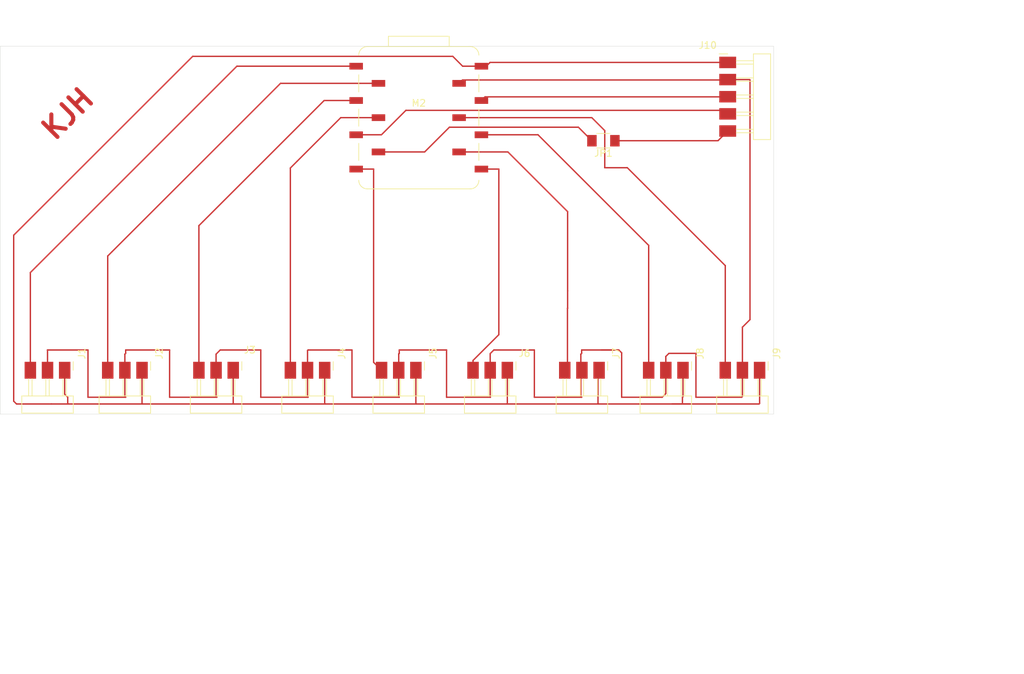
<source format=kicad_pcb>
(kicad_pcb (version 20240108) (generator "pcbnew") (generator_version "8.0")
  (layers (0 "F.Cu" signal) (31 "B.Cu" signal) (34 "B.Paste" user) (35 "F.Paste" user) (36 "B.SilkS" user "B.Silkscreen") (37 "F.SilkS" user "F.Silkscreen") (38 "B.Mask" user) (39 "F.Mask" user) (44 "Edge.Cuts" user))
  (net 0 "")
  (net 1 "PWR_GND")
  (net 2 "A0")
  (net 3 "PWR_5V")
  (net 4 "A1")
  (net 5 "A2")
  (net 6 "A3")
  (net 7 "A6")
  (net 8 "A7")
  (net 9 "A8")
  (net 10 "A9")
  (net 11 "A10")
  (net 12 "PWR_3V3")
  (net 13 "SDA")
  (net 14 "SCL")
  (net 15 "Net-(J10-Pin_5)")
  (footprint "fab:PinHeader_1x03_P2.54mm_Horizontal_SMD" (layer "F.Cu") (at 161.08 108 -90)
    (property "Reference" "J6" (at -2.5 -3.5 0) (layer "F.SilkS") (effects (justify right)))
    (property "Value" "Conn_PinHeader_1x03_P2.54mm_Horizontal_SMD")
    (fp_line (start 3.81 6.35) (end 3.81 -1.27) (stroke (width 0.12)) (layer "F.SilkS"))
    (fp_line (start 6.35 6.35) (end 3.81 6.35) (stroke (width 0.12)) (layer "F.SilkS"))
    (fp_line (start 3.81 5.334) (end 1.27 5.334) (stroke (width 0.12)) (layer "F.SilkS"))
    (fp_line (start 3.81 4.826) (end 1.27 4.826) (stroke (width 0.12)) (layer "F.SilkS"))
    (fp_line (start 3.81 2.794) (end 1.27 2.794) (stroke (width 0.12)) (layer "F.SilkS"))
    (fp_line (start 3.81 2.286) (end 1.27 2.286) (stroke (width 0.12)) (layer "F.SilkS"))
    (fp_line (start 3.81 0.254) (end 1.27 0.254) (stroke (width 0.12)) (layer "F.SilkS"))
    (fp_line (start 3.81 -0.254) (end 1.27 -0.254) (stroke (width 0.12)) (layer "F.SilkS"))
    (fp_line (start -1.27 -1.27) (end 0 -1.27) (stroke (width 0.12)) (layer "F.SilkS"))
    (fp_line (start 3.81 -1.27) (end 6.35 -1.27) (stroke (width 0.12)) (layer "F.SilkS"))
    (fp_line (start 6.35 -1.27) (end 6.35 6.35) (stroke (width 0.12)) (layer "F.SilkS"))
    (pad "1" smd rect (at 0 0 270) (size 2.5 1.7) (layers "F.Cu" "F.Paste" "F.Mask") (net 3 "PWR_5V"))
    (pad "2" smd rect (at 0 2.54 270) (size 2.5 1.7) (layers "F.Cu" "F.Paste" "F.Mask") (net 1 "PWR_GND"))
    (pad "3" smd rect (at 0 5.08 270) (size 2.5 1.7) (layers "F.Cu" "F.Paste" "F.Mask") (net 8 "A7"))
  )
  (footprint "fab:PinHeader_1x03_P2.54mm_Horizontal_SMD" (layer "F.Cu") (at 120.5 108 -90)
    (property "Reference" "J3" (at -3 -3.42 0) (layer "F.SilkS") (effects (justify right)))
    (property "Value" "Conn_PinHeader_1x03_P2.54mm_Horizontal_SMD")
    (fp_line (start 3.81 6.35) (end 3.81 -1.27) (stroke (width 0.12)) (layer "F.SilkS"))
    (fp_line (start 6.35 6.35) (end 3.81 6.35) (stroke (width 0.12)) (layer "F.SilkS"))
    (fp_line (start 3.81 5.334) (end 1.27 5.334) (stroke (width 0.12)) (layer "F.SilkS"))
    (fp_line (start 3.81 4.826) (end 1.27 4.826) (stroke (width 0.12)) (layer "F.SilkS"))
    (fp_line (start 3.81 2.794) (end 1.27 2.794) (stroke (width 0.12)) (layer "F.SilkS"))
    (fp_line (start 3.81 2.286) (end 1.27 2.286) (stroke (width 0.12)) (layer "F.SilkS"))
    (fp_line (start 3.81 0.254) (end 1.27 0.254) (stroke (width 0.12)) (layer "F.SilkS"))
    (fp_line (start 3.81 -0.254) (end 1.27 -0.254) (stroke (width 0.12)) (layer "F.SilkS"))
    (fp_line (start -1.27 -1.27) (end 0 -1.27) (stroke (width 0.12)) (layer "F.SilkS"))
    (fp_line (start 3.81 -1.27) (end 6.35 -1.27) (stroke (width 0.12)) (layer "F.SilkS"))
    (fp_line (start 6.35 -1.27) (end 6.35 6.35) (stroke (width 0.12)) (layer "F.SilkS"))
    (pad "1" smd rect (at 0 0 270) (size 2.5 1.7) (layers "F.Cu" "F.Paste" "F.Mask") (net 3 "PWR_5V"))
    (pad "2" smd rect (at 0 2.54 270) (size 2.5 1.7) (layers "F.Cu" "F.Paste" "F.Mask") (net 1 "PWR_GND"))
    (pad "3" smd rect (at 0 5.08 270) (size 2.5 1.7) (layers "F.Cu" "F.Paste" "F.Mask") (net 5 "A2"))
  )
  (footprint "fab:PinHeader_1x03_P2.54mm_Horizontal_SMD" (layer "F.Cu") (at 187.08 108 -90)
    (property "Reference" "J8" (at -1.524 -2.54 90) (layer "F.SilkS") (effects (justify left)))
    (property "Value" "Conn_PinHeader_1x03_P2.54mm_Horizontal_SMD")
    (fp_line (start 3.81 6.35) (end 3.81 -1.27) (stroke (width 0.12)) (layer "F.SilkS"))
    (fp_line (start 6.35 6.35) (end 3.81 6.35) (stroke (width 0.12)) (layer "F.SilkS"))
    (fp_line (start 3.81 5.334) (end 1.27 5.334) (stroke (width 0.12)) (layer "F.SilkS"))
    (fp_line (start 3.81 4.826) (end 1.27 4.826) (stroke (width 0.12)) (layer "F.SilkS"))
    (fp_line (start 3.81 2.794) (end 1.27 2.794) (stroke (width 0.12)) (layer "F.SilkS"))
    (fp_line (start 3.81 2.286) (end 1.27 2.286) (stroke (width 0.12)) (layer "F.SilkS"))
    (fp_line (start 3.81 0.254) (end 1.27 0.254) (stroke (width 0.12)) (layer "F.SilkS"))
    (fp_line (start 3.81 -0.254) (end 1.27 -0.254) (stroke (width 0.12)) (layer "F.SilkS"))
    (fp_line (start -1.27 -1.27) (end 0 -1.27) (stroke (width 0.12)) (layer "F.SilkS"))
    (fp_line (start 3.81 -1.27) (end 6.35 -1.27) (stroke (width 0.12)) (layer "F.SilkS"))
    (fp_line (start 6.35 -1.27) (end 6.35 6.35) (stroke (width 0.12)) (layer "F.SilkS"))
    (pad "1" smd rect (at 0 0 270) (size 2.5 1.7) (layers "F.Cu" "F.Paste" "F.Mask") (net 3 "PWR_5V"))
    (pad "2" smd rect (at 0 2.54 270) (size 2.5 1.7) (layers "F.Cu" "F.Paste" "F.Mask") (net 1 "PWR_GND"))
    (pad "3" smd rect (at 0 5.08 270) (size 2.5 1.7) (layers "F.Cu" "F.Paste" "F.Mask") (net 10 "A9"))
  )
  (footprint "fab:PinHeader_1x03_P2.54mm_Horizontal_SMD" (layer "F.Cu") (at 198.42 108 -90)
    (property "Reference" "J9" (at -1.524 -2.54 90) (layer "F.SilkS") (effects (justify left)))
    (property "Value" "Conn_PinHeader_1x03_P2.54mm_Horizontal_SMD")
    (fp_line (start 3.81 6.35) (end 3.81 -1.27) (stroke (width 0.12)) (layer "F.SilkS"))
    (fp_line (start 6.35 6.35) (end 3.81 6.35) (stroke (width 0.12)) (layer "F.SilkS"))
    (fp_line (start 3.81 5.334) (end 1.27 5.334) (stroke (width 0.12)) (layer "F.SilkS"))
    (fp_line (start 3.81 4.826) (end 1.27 4.826) (stroke (width 0.12)) (layer "F.SilkS"))
    (fp_line (start 3.81 2.794) (end 1.27 2.794) (stroke (width 0.12)) (layer "F.SilkS"))
    (fp_line (start 3.81 2.286) (end 1.27 2.286) (stroke (width 0.12)) (layer "F.SilkS"))
    (fp_line (start 3.81 0.254) (end 1.27 0.254) (stroke (width 0.12)) (layer "F.SilkS"))
    (fp_line (start 3.81 -0.254) (end 1.27 -0.254) (stroke (width 0.12)) (layer "F.SilkS"))
    (fp_line (start -1.27 -1.27) (end 0 -1.27) (stroke (width 0.12)) (layer "F.SilkS"))
    (fp_line (start 3.81 -1.27) (end 6.35 -1.27) (stroke (width 0.12)) (layer "F.SilkS"))
    (fp_line (start 6.35 -1.27) (end 6.35 6.35) (stroke (width 0.12)) (layer "F.SilkS"))
    (pad "1" smd rect (at 0 0 270) (size 2.5 1.7) (layers "F.Cu" "F.Paste" "F.Mask") (net 3 "PWR_5V"))
    (pad "2" smd rect (at 0 2.54 270) (size 2.5 1.7) (layers "F.Cu" "F.Paste" "F.Mask") (net 1 "PWR_GND"))
    (pad "3" smd rect (at 0 5.08 270) (size 2.5 1.7) (layers "F.Cu" "F.Paste" "F.Mask") (net 11 "A10"))
  )
  (footprint "fab:PinHeader_1x03_P2.54mm_Horizontal_SMD" (layer "F.Cu") (at 147.54 108 -90)
    (property "Reference" "J5" (at -1.524 -2.54 90) (layer "F.SilkS") (effects (justify left)))
    (property "Value" "Conn_PinHeader_1x03_P2.54mm_Horizontal_SMD")
    (fp_line (start 3.81 6.35) (end 3.81 -1.27) (stroke (width 0.12)) (layer "F.SilkS"))
    (fp_line (start 6.35 6.35) (end 3.81 6.35) (stroke (width 0.12)) (layer "F.SilkS"))
    (fp_line (start 3.81 5.334) (end 1.27 5.334) (stroke (width 0.12)) (layer "F.SilkS"))
    (fp_line (start 3.81 4.826) (end 1.27 4.826) (stroke (width 0.12)) (layer "F.SilkS"))
    (fp_line (start 3.81 2.794) (end 1.27 2.794) (stroke (width 0.12)) (layer "F.SilkS"))
    (fp_line (start 3.81 2.286) (end 1.27 2.286) (stroke (width 0.12)) (layer "F.SilkS"))
    (fp_line (start 3.81 0.254) (end 1.27 0.254) (stroke (width 0.12)) (layer "F.SilkS"))
    (fp_line (start 3.81 -0.254) (end 1.27 -0.254) (stroke (width 0.12)) (layer "F.SilkS"))
    (fp_line (start -1.27 -1.27) (end 0 -1.27) (stroke (width 0.12)) (layer "F.SilkS"))
    (fp_line (start 3.81 -1.27) (end 6.35 -1.27) (stroke (width 0.12)) (layer "F.SilkS"))
    (fp_line (start 6.35 -1.27) (end 6.35 6.35) (stroke (width 0.12)) (layer "F.SilkS"))
    (pad "1" smd rect (at 0 0 270) (size 2.5 1.7) (layers "F.Cu" "F.Paste" "F.Mask") (net 3 "PWR_5V"))
    (pad "2" smd rect (at 0 2.54 270) (size 2.5 1.7) (layers "F.Cu" "F.Paste" "F.Mask") (net 1 "PWR_GND"))
    (pad "3" smd rect (at 0 5.08 270) (size 2.5 1.7) (layers "F.Cu" "F.Paste" "F.Mask") (net 7 "A6"))
  )
  (footprint "fab:PinHeader_1x05_P2.54mm_Horizontal_SMD" (layer "F.Cu") (at 193.7 62.4)
    (property "Reference" "J10" (at -1.524 -2.54 0) (layer "F.SilkS") (effects (justify right)))
    (property "Value" "Conn_PinHeader_1x05_P2.54mm_Horizontal_SMD")
    (fp_line (start -1.27 -1.27) (end 0 -1.27) (stroke (width 0.12)) (layer "F.SilkS"))
    (fp_line (start 3.81 -1.27) (end 6.35 -1.27) (stroke (width 0.12)) (layer "F.SilkS"))
    (fp_line (start 3.81 -0.254) (end 1.27 -0.254) (stroke (width 0.12)) (layer "F.SilkS"))
    (fp_line (start 3.81 0.254) (end 1.27 0.254) (stroke (width 0.12)) (layer "F.SilkS"))
    (fp_line (start 3.81 2.286) (end 1.27 2.286) (stroke (width 0.12)) (layer "F.SilkS"))
    (fp_line (start 3.81 2.794) (end 1.27 2.794) (stroke (width 0.12)) (layer "F.SilkS"))
    (fp_line (start 3.81 4.826) (end 1.27 4.826) (stroke (width 0.12)) (layer "F.SilkS"))
    (fp_line (start 3.81 5.334) (end 1.27 5.334) (stroke (width 0.12)) (layer "F.SilkS"))
    (fp_line (start 3.81 7.366) (end 1.27 7.366) (stroke (width 0.12)) (layer "F.SilkS"))
    (fp_line (start 3.81 7.874) (end 1.27 7.874) (stroke (width 0.12)) (layer "F.SilkS"))
    (fp_line (start 3.81 9.906) (end 1.27 9.906) (stroke (width 0.12)) (layer "F.SilkS"))
    (fp_line (start 3.81 10.414) (end 1.27 10.414) (stroke (width 0.12)) (layer "F.SilkS"))
    (fp_line (start 3.81 11.43) (end 3.81 -1.27) (stroke (width 0.12)) (layer "F.SilkS"))
    (fp_line (start 6.35 -1.27) (end 6.35 11.43) (stroke (width 0.12)) (layer "F.SilkS"))
    (fp_line (start 6.35 11.43) (end 3.81 11.43) (stroke (width 0.12)) (layer "F.SilkS"))
    (pad "1" smd rect (at 0 0) (size 2.5 1.7) (layers "F.Cu" "F.Paste" "F.Mask") (net 3 "PWR_5V"))
    (pad "2" smd rect (at 0 2.54) (size 2.5 1.7) (layers "F.Cu" "F.Paste" "F.Mask") (net 1 "PWR_GND"))
    (pad "3" smd rect (at 0 5.08) (size 2.5 1.7) (layers "F.Cu" "F.Paste" "F.Mask") (net 12 "PWR_3V3"))
    (pad "4" smd rect (at 0 7.62) (size 2.5 1.7) (layers "F.Cu" "F.Paste" "F.Mask") (net 13 "SDA"))
    (pad "5" smd rect (at 0 10.16) (size 2.5 1.7) (layers "F.Cu" "F.Paste" "F.Mask") (net 15 "Net-(J10-Pin_5)"))
  )
  (footprint "fab:SeeedStudio_XIAO_SocketSMD" (layer "F.Cu") (at 147.97 70.58)
    (property "Reference" "M2" (at 0.0025 -2.149 0) (layer "F.SilkS"))
    (property "Value" "Module_XIAO-RP2040_SocketSMD")
    (fp_line (start -8.89 -6.35) (end -8.89 -3.81) (stroke (width 0.12)) (layer "F.SilkS"))
    (fp_line (start -8.89 -1.27) (end -8.89 1.27) (stroke (width 0.12)) (layer "F.SilkS"))
    (fp_line (start -8.89 3.81) (end -8.89 6.35) (stroke (width 0.12)) (layer "F.SilkS"))
    (fp_line (start -7.6175 -10.531) (end 7.6225 -10.531) (stroke (width 0.12)) (layer "F.SilkS"))
    (fp_line (start 7.6225 10.551) (end -7.6175 10.551) (stroke (width 0.12)) (layer "F.SilkS"))
    (fp_line (start 8.89 -6.35) (end 8.89 -3.81) (stroke (width 0.12)) (layer "F.SilkS"))
    (fp_line (start 8.89 -1.27) (end 8.89 1.27) (stroke (width 0.12)) (layer "F.SilkS"))
    (fp_line (start 8.89 3.81) (end 8.89 6.35) (stroke (width 0.12)) (layer "F.SilkS"))
    (fp_rect (start -4.4975 -10.531) (end 4.5025 -12.055) (stroke (width 0.12)) (fill none) (layer "F.SilkS"))
    (fp_arc (start -8.8875 -9.261) (mid -8.515526 -10.159026) (end -7.6175 -10.531) (stroke (width 0.12)) (layer "F.SilkS"))
    (fp_arc (start -7.6175 10.551) (mid -8.515526 10.179026) (end -8.8875 9.281) (stroke (width 0.12)) (layer "F.SilkS"))
    (fp_arc (start 7.6225 -10.531) (mid 8.520526 -10.159026) (end 8.8925 -9.261) (stroke (width 0.12)) (layer "F.SilkS"))
    (fp_arc (start 8.8925 9.281) (mid 8.520526 10.179026) (end 7.6225 10.551) (stroke (width 0.12)) (layer "F.SilkS"))
    (pad "1" smd rect (at -9.27 -7.62) (size 2 1) (layers "F.Cu" "F.Paste" "F.Mask") (net 2 "A0"))
    (pad "2" smd rect (at -5.97 -5.08) (size 2 1) (layers "F.Cu" "F.Paste" "F.Mask") (net 4 "A1"))
    (pad "3" smd rect (at -9.27 -2.54) (size 2 1) (layers "F.Cu" "F.Paste" "F.Mask") (net 5 "A2"))
    (pad "4" smd rect (at -5.97 0) (size 2 1) (layers "F.Cu" "F.Paste" "F.Mask") (net 6 "A3"))
    (pad "5" smd rect (at -9.27 2.54) (size 2 1) (layers "F.Cu" "F.Paste" "F.Mask") (net 13 "SDA"))
    (pad "6" smd rect (at -5.97 5.08) (size 2 1) (layers "F.Cu" "F.Paste" "F.Mask") (net 14 "SCL"))
    (pad "7" smd rect (at -9.27 7.62) (size 2 1) (layers "F.Cu" "F.Paste" "F.Mask") (net 7 "A6"))
    (pad "8" smd rect (at 9.27 7.62) (size 2 1) (layers "F.Cu" "F.Paste" "F.Mask") (net 8 "A7"))
    (pad "9" smd rect (at 5.97 5.08) (size 2 1) (layers "F.Cu" "F.Paste" "F.Mask") (net 9 "A8"))
    (pad "10" smd rect (at 9.27 2.54) (size 2 1) (layers "F.Cu" "F.Paste" "F.Mask") (net 10 "A9"))
    (pad "11" smd rect (at 5.97 0) (size 2 1) (layers "F.Cu" "F.Paste" "F.Mask") (net 11 "A10"))
    (pad "12" smd rect (at 9.27 -2.54) (size 2 1) (layers "F.Cu" "F.Paste" "F.Mask") (net 12 "PWR_3V3"))
    (pad "13" smd rect (at 5.97 -5.08) (size 2 1) (layers "F.Cu" "F.Paste" "F.Mask") (net 1 "PWR_GND"))
    (pad "14" smd rect (at 9.27 -7.62) (size 2 1) (layers "F.Cu" "F.Paste" "F.Mask") (net 3 "PWR_5V"))
  )
  (footprint "fab:PinHeader_1x03_P2.54mm_Horizontal_SMD" (layer "F.Cu") (at 107 108 -90)
    (property "Reference" "J2" (at -1.524 -2.54 90) (layer "F.SilkS") (effects (justify left)))
    (property "Value" "Conn_PinHeader_1x03_P2.54mm_Horizontal_SMD")
    (fp_line (start 3.81 6.35) (end 3.81 -1.27) (stroke (width 0.12)) (layer "F.SilkS"))
    (fp_line (start 6.35 6.35) (end 3.81 6.35) (stroke (width 0.12)) (layer "F.SilkS"))
    (fp_line (start 3.81 5.334) (end 1.27 5.334) (stroke (width 0.12)) (layer "F.SilkS"))
    (fp_line (start 3.81 4.826) (end 1.27 4.826) (stroke (width 0.12)) (layer "F.SilkS"))
    (fp_line (start 3.81 2.794) (end 1.27 2.794) (stroke (width 0.12)) (layer "F.SilkS"))
    (fp_line (start 3.81 2.286) (end 1.27 2.286) (stroke (width 0.12)) (layer "F.SilkS"))
    (fp_line (start 3.81 0.254) (end 1.27 0.254) (stroke (width 0.12)) (layer "F.SilkS"))
    (fp_line (start 3.81 -0.254) (end 1.27 -0.254) (stroke (width 0.12)) (layer "F.SilkS"))
    (fp_line (start -1.27 -1.27) (end 0 -1.27) (stroke (width 0.12)) (layer "F.SilkS"))
    (fp_line (start 3.81 -1.27) (end 6.35 -1.27) (stroke (width 0.12)) (layer "F.SilkS"))
    (fp_line (start 6.35 -1.27) (end 6.35 6.35) (stroke (width 0.12)) (layer "F.SilkS"))
    (pad "1" smd rect (at 0 0 270) (size 2.5 1.7) (layers "F.Cu" "F.Paste" "F.Mask") (net 3 "PWR_5V"))
    (pad "2" smd rect (at 0 2.54 270) (size 2.5 1.7) (layers "F.Cu" "F.Paste" "F.Mask") (net 1 "PWR_GND"))
    (pad "3" smd rect (at 0 5.08 270) (size 2.5 1.7) (layers "F.Cu" "F.Paste" "F.Mask") (net 4 "A1"))
  )
  (footprint "fab:PinHeader_1x03_P2.54mm_Horizontal_SMD" (layer "F.Cu") (at 95.55 108 -90)
    (property "Reference" "J1" (at -1.524 -2.54 90) (layer "F.SilkS") (effects (justify left)))
    (property "Value" "Conn_PinHeader_1x03_P2.54mm_Horizontal_SMD")
    (fp_line (start 3.81 6.35) (end 3.81 -1.27) (stroke (width 0.12)) (layer "F.SilkS"))
    (fp_line (start 6.35 6.35) (end 3.81 6.35) (stroke (width 0.12)) (layer "F.SilkS"))
    (fp_line (start 3.81 5.334) (end 1.27 5.334) (stroke (width 0.12)) (layer "F.SilkS"))
    (fp_line (start 3.81 4.826) (end 1.27 4.826) (stroke (width 0.12)) (layer "F.SilkS"))
    (fp_line (start 3.81 2.794) (end 1.27 2.794) (stroke (width 0.12)) (layer "F.SilkS"))
    (fp_line (start 3.81 2.286) (end 1.27 2.286) (stroke (width 0.12)) (layer "F.SilkS"))
    (fp_line (start 3.81 0.254) (end 1.27 0.254) (stroke (width 0.12)) (layer "F.SilkS"))
    (fp_line (start 3.81 -0.254) (end 1.27 -0.254) (stroke (width 0.12)) (layer "F.SilkS"))
    (fp_line (start -1.27 -1.27) (end 0 -1.27) (stroke (width 0.12)) (layer "F.SilkS"))
    (fp_line (start 3.81 -1.27) (end 6.35 -1.27) (stroke (width 0.12)) (layer "F.SilkS"))
    (fp_line (start 6.35 -1.27) (end 6.35 6.35) (stroke (width 0.12)) (layer "F.SilkS"))
    (pad "1" smd rect (at 0 0 270) (size 2.5 1.7) (layers "F.Cu" "F.Paste" "F.Mask") (net 3 "PWR_5V"))
    (pad "2" smd rect (at 0 2.54 270) (size 2.5 1.7) (layers "F.Cu" "F.Paste" "F.Mask") (net 1 "PWR_GND"))
    (pad "3" smd rect (at 0 5.08 270) (size 2.5 1.7) (layers "F.Cu" "F.Paste" "F.Mask") (net 2 "A0"))
  )
  (footprint "fab:PinHeader_1x03_P2.54mm_Horizontal_SMD" (layer "F.Cu") (at 134.04 108 -90)
    (property "Reference" "J4" (at -1.524 -2.54 90) (layer "F.SilkS") (effects (justify left)))
    (property "Value" "Conn_PinHeader_1x03_P2.54mm_Horizontal_SMD")
    (fp_line (start 3.81 6.35) (end 3.81 -1.27) (stroke (width 0.12)) (layer "F.SilkS"))
    (fp_line (start 6.35 6.35) (end 3.81 6.35) (stroke (width 0.12)) (layer "F.SilkS"))
    (fp_line (start 3.81 5.334) (end 1.27 5.334) (stroke (width 0.12)) (layer "F.SilkS"))
    (fp_line (start 3.81 4.826) (end 1.27 4.826) (stroke (width 0.12)) (layer "F.SilkS"))
    (fp_line (start 3.81 2.794) (end 1.27 2.794) (stroke (width 0.12)) (layer "F.SilkS"))
    (fp_line (start 3.81 2.286) (end 1.27 2.286) (stroke (width 0.12)) (layer "F.SilkS"))
    (fp_line (start 3.81 0.254) (end 1.27 0.254) (stroke (width 0.12)) (layer "F.SilkS"))
    (fp_line (start 3.81 -0.254) (end 1.27 -0.254) (stroke (width 0.12)) (layer "F.SilkS"))
    (fp_line (start -1.27 -1.27) (end 0 -1.27) (stroke (width 0.12)) (layer "F.SilkS"))
    (fp_line (start 3.81 -1.27) (end 6.35 -1.27) (stroke (width 0.12)) (layer "F.SilkS"))
    (fp_line (start 6.35 -1.27) (end 6.35 6.35) (stroke (width 0.12)) (layer "F.SilkS"))
    (pad "1" smd rect (at 0 0 270) (size 2.5 1.7) (layers "F.Cu" "F.Paste" "F.Mask") (net 3 "PWR_5V"))
    (pad "2" smd rect (at 0 2.54 270) (size 2.5 1.7) (layers "F.Cu" "F.Paste" "F.Mask") (net 1 "PWR_GND"))
    (pad "3" smd rect (at 0 5.08 270) (size 2.5 1.7) (layers "F.Cu" "F.Paste" "F.Mask") (net 6 "A3"))
  )
  (footprint "fab:Jumper_1206" (layer "F.Cu") (at 175.3 74 180)
    (property "Reference" "JP1" (at 0 -1.85 0) (layer "F.SilkS"))
    (property "Value" "Jumper_1206")
    (fp_line (start 1 1.07) (end -1 1.07) (stroke (width 0.12)) (layer "F.SilkS"))
    (fp_line (start -1 -1.07) (end 1 -1.07) (stroke (width 0.12)) (layer "F.SilkS"))
    (pad "1" smd rect (at -1.7 0 180) (size 1.4 1.7) (layers "F.Cu" "F.Paste" "F.Mask") (net 15 "Net-(J10-Pin_5)"))
    (pad "2" smd rect (at 1.7 0 180) (size 1.4 1.7) (layers "F.Cu" "F.Paste" "F.Mask") (net 14 "SCL"))
  )
  (footprint "fab:PinHeader_1x03_P2.54mm_Horizontal_SMD" (layer "F.Cu") (at 174.66 108 -90)
    (property "Reference" "J7" (at -1.524 -2.54 90) (layer "F.SilkS") (effects (justify left)))
    (property "Value" "Conn_PinHeader_1x03_P2.54mm_Horizontal_SMD")
    (fp_line (start 3.81 6.35) (end 3.81 -1.27) (stroke (width 0.12)) (layer "F.SilkS"))
    (fp_line (start 6.35 6.35) (end 3.81 6.35) (stroke (width 0.12)) (layer "F.SilkS"))
    (fp_line (start 3.81 5.334) (end 1.27 5.334) (stroke (width 0.12)) (layer "F.SilkS"))
    (fp_line (start 3.81 4.826) (end 1.27 4.826) (stroke (width 0.12)) (layer "F.SilkS"))
    (fp_line (start 3.81 2.794) (end 1.27 2.794) (stroke (width 0.12)) (layer "F.SilkS"))
    (fp_line (start 3.81 2.286) (end 1.27 2.286) (stroke (width 0.12)) (layer "F.SilkS"))
    (fp_line (start 3.81 0.254) (end 1.27 0.254) (stroke (width 0.12)) (layer "F.SilkS"))
    (fp_line (start 3.81 -0.254) (end 1.27 -0.254) (stroke (width 0.12)) (layer "F.SilkS"))
    (fp_line (start -1.27 -1.27) (end 0 -1.27) (stroke (width 0.12)) (layer "F.SilkS"))
    (fp_line (start 3.81 -1.27) (end 6.35 -1.27) (stroke (width 0.12)) (layer "F.SilkS"))
    (fp_line (start 6.35 -1.27) (end 6.35 6.35) (stroke (width 0.12)) (layer "F.SilkS"))
    (pad "1" smd rect (at 0 0 270) (size 2.5 1.7) (layers "F.Cu" "F.Paste" "F.Mask") (net 3 "PWR_5V"))
    (pad "2" smd rect (at 0 2.54 270) (size 2.5 1.7) (layers "F.Cu" "F.Paste" "F.Mask") (net 1 "PWR_GND"))
    (pad "3" smd rect (at 0 5.08 270) (size 2.5 1.7) (layers "F.Cu" "F.Paste" "F.Mask") (net 9 "A8"))
  )
  (gr_rect (start 86 60) (end 200.5 114.5) (stroke (width 0.05)) (fill none) (layer "Edge.Cuts"))
  (gr_text "KJH" (at 96 70 45) (layer "F.Cu") (effects (font (size 3 3) (thickness 0.6) (bold yes))))
  (segment (start 158.54 108) (end 158.54 105.54) (width 0.2) (layer "F.Cu") (net 1))
  (segment (start 172.08 105) (end 177.58 105) (width 0.2) (layer "F.Cu") (net 1))
  (segment (start 145 105.58) (end 145 108) (width 0.2) (layer "F.Cu") (net 1))
  (segment (start 189 105.5) (end 185 105.5) (width 0.2) (layer "F.Cu") (net 1))
  (segment (start 178 105.42) (end 178 112) (width 0.2) (layer "F.Cu") (net 1))
  (segment (start 195.88 101.62) (end 195.88 108) (width 0.2) (layer "F.Cu") (net 1))
  (segment (start 193.7 64.94) (end 196.94 64.94) (width 0.2) (layer "F.Cu") (net 1))
  (segment (start 193.64 65) (end 193.7 64.94) (width 0.2) (layer "F.Cu") (net 1))
  (segment (start 131.5 108) (end 131.5 111.92) (width 0.2) (layer "F.Cu") (net 1))
  (segment (start 154.44 65) (end 193.64 65) (width 0.2) (layer "F.Cu") (net 1))
  (segment (start 184 112) (end 184.54 111.46) (width 0.2) (layer "F.Cu") (net 1))
  (segment (start 118.58 105) (end 117.96 105.62) (width 0.2) (layer "F.Cu") (net 1))
  (segment (start 153.94 65.5) (end 154.44 65) (width 0.2) (layer "F.Cu") (net 1))
  (segment (start 117.96 108) (end 117.96 111.88) (width 0.2) (layer "F.Cu") (net 1))
  (segment (start 172.08 112) (end 171.96 111.88) (width 0.2) (layer "F.Cu") (net 1))
  (segment (start 104.46 111.88) (end 104.58 112) (width 0.2) (layer "F.Cu") (net 1))
  (segment (start 197 65) (end 197 100.5) (width 0.2) (layer "F.Cu") (net 1))
  (segment (start 145.08 112) (end 138.08 112) (width 0.2) (layer "F.Cu") (net 1))
  (segment (start 175 105) (end 177.58 105) (width 0.2) (layer "F.Cu") (net 1))
  (segment (start 131.58 112) (end 124.58 112) (width 0.2) (layer "F.Cu") (net 1))
  (segment (start 189 112) (end 189 105.5) (width 0.2) (layer "F.Cu") (net 1))
  (segment (start 184.54 111.46) (end 184.54 108) (width 0.2) (layer "F.Cu") (net 1))
  (segment (start 131.58 105) (end 131.5 105.08) (width 0.2) (layer "F.Cu") (net 1))
  (segment (start 145 108) (end 145 111.92) (width 0.2) (layer "F.Cu") (net 1))
  (segment (start 131.5 105.08) (end 131.5 108) (width 0.2) (layer "F.Cu") (net 1))
  (segment (start 158.54 108) (end 158.54 111.96) (width 0.2) (layer "F.Cu") (net 1))
  (segment (start 99 105) (end 93 105) (width 0.2) (layer "F.Cu") (net 1))
  (segment (start 178 112) (end 184 112) (width 0.2) (layer "F.Cu") (net 1))
  (segment (start 138.08 105) (end 131.58 105) (width 0.2) (layer "F.Cu") (net 1))
  (segment (start 171.96 111.88) (end 171.96 105.62) (width 0.2) (layer "F.Cu") (net 1))
  (segment (start 158.54 105.54) (end 159.08 105) (width 0.2) (layer "F.Cu") (net 1))
  (segment (start 172.08 105.5) (end 172.08 105) (width 0.2) (layer "F.Cu") (net 1))
  (segment (start 111.08 112) (end 111.08 105) (width 0.2) (layer "F.Cu") (net 1))
  (segment (start 104.58 105.5) (end 104.46 105.62) (width 0.2) (layer "F.Cu") (net 1))
  (segment (start 158.58 112) (end 152.08 112) (width 0.2) (layer "F.Cu") (net 1))
  (segment (start 152.08 105) (end 145.08 105) (width 0.2) (layer "F.Cu") (net 1))
  (segment (start 152.08 112) (end 152.08 105) (width 0.2) (layer "F.Cu") (net 1))
  (segment (start 195.88 108) (end 195.88 111.88) (width 0.2) (layer "F.Cu") (net 1))
  (segment (start 93.01 105.01) (end 93 105) (width 0.2) (layer "F.Cu") (net 1))
  (segment (start 165.08 112) (end 172.08 112) (width 0.2) (layer "F.Cu") (net 1))
  (segment (start 99 112) (end 99 105) (width 0.2) (layer "F.Cu") (net 1))
  (segment (start 197 100.5) (end 195.88 101.62) (width 0.2) (layer "F.Cu") (net 1))
  (segment (start 165.08 105) (end 165.08 112) (width 0.2) (layer "F.Cu") (net 1))
  (segment (start 185 105.5) (end 184.54 105.96) (width 0.2) (layer "F.Cu") (net 1))
  (segment (start 159.08 105) (end 165.08 105) (width 0.2) (layer "F.Cu") (net 1))
  (segment (start 118.08 112) (end 111.08 112) (width 0.2) (layer "F.Cu") (net 1))
  (segment (start 171.96 105.62) (end 172.08 105.5) (width 0.2) (layer "F.Cu") (net 1))
  (segment (start 145.08 105) (end 145.08 105.5) (width 0.2) (layer "F.Cu") (net 1))
  (segment (start 117.96 111.88) (end 118.08 112) (width 0.2) (layer "F.Cu") (net 1))
  (segment (start 131.5 111.92) (end 131.58 112) (width 0.2) (layer "F.Cu") (net 1))
  (segment (start 184.54 105.96) (end 184.54 108) (width 0.2) (layer "F.Cu") (net 1))
  (segment (start 145 111.92) (end 145.08 112) (width 0.2) (layer "F.Cu") (net 1))
  (segment (start 111.08 105) (end 104.58 105) (width 0.2) (layer "F.Cu") (net 1))
  (segment (start 145.08 105.5) (end 145 105.58) (width 0.2) (layer "F.Cu") (net 1))
  (segment (start 158.54 111.96) (end 158.58 112) (width 0.2) (layer "F.Cu") (net 1))
  (segment (start 195.88 111.88) (end 195.76 112) (width 0.2) (layer "F.Cu") (net 1))
  (segment (start 104.58 105) (end 104.58 105.5) (width 0.2) (layer "F.Cu") (net 1))
  (segment (start 104.58 112) (end 99 112) (width 0.2) (layer "F.Cu") (net 1))
  (segment (start 117.96 105.62) (end 117.96 108) (width 0.2) (layer "F.Cu") (net 1))
  (segment (start 104.46 105.62) (end 104.46 108) (width 0.2) (layer "F.Cu") (net 1))
  (segment (start 93.01 108) (end 93.01 105.01) (width 0.2) (layer "F.Cu") (net 1))
  (segment (start 124.58 105) (end 118.58 105) (width 0.2) (layer "F.Cu") (net 1))
  (segment (start 196.94 64.94) (end 197 65) (width 0.2) (layer "F.Cu") (net 1))
  (segment (start 177.58 105) (end 178 105.42) (width 0.2) (layer "F.Cu") (net 1))
  (segment (start 104.46 108) (end 104.46 111.88) (width 0.2) (layer "F.Cu") (net 1))
  (segment (start 195.76 112) (end 189 112) (width 0.2) (layer "F.Cu") (net 1))
  (segment (start 124.58 112) (end 124.58 105) (width 0.2) (layer "F.Cu") (net 1))
  (segment (start 138.08 112) (end 138.08 105) (width 0.2) (layer "F.Cu") (net 1))
  (segment (start 90.47 108) (end 90.47 93.53) (width 0.2) (layer "F.Cu") (net 2))
  (segment (start 121.04 62.96) (end 91.5 92.5) (width 0.2) (layer "F.Cu") (net 2))
  (segment (start 90.47 93.53) (end 91.5 92.5) (width 0.2) (layer "F.Cu") (net 2))
  (segment (start 138.7 62.96) (end 121.04 62.96) (width 0.2) (layer "F.Cu") (net 2))
  (segment (start 174.5 108) (end 174.5 112.92) (width 0.2) (layer "F.Cu") (net 3))
  (segment (start 134.04 112.96) (end 134.08 113) (width 0.2) (layer "F.Cu") (net 3))
  (segment (start 188.08 113) (end 174.58 113) (width 0.2) (layer "F.Cu") (net 3))
  (segment (start 96 112) (end 95.55 111.55) (width 0.2) (layer "F.Cu") (net 3))
  (segment (start 187 113) (end 185.5 113) (width 0.2) (layer "F.Cu") (net 3))
  (segment (start 107 112.92) (end 107.08 113) (width 0.2) (layer "F.Cu") (net 3))
  (segment (start 95.55 111.55) (end 95.55 108) (width 0.2) (layer "F.Cu") (net 3))
  (segment (start 153 61.5) (end 154.46 62.96) (width 0.2) (layer "F.Cu") (net 3))
  (segment (start 107 108) (end 107 112.92) (width 0.2) (layer "F.Cu") (net 3))
  (segment (start 187.08 111.92) (end 187.08 108) (width 0.2) (layer "F.Cu") (net 3))
  (segment (start 157.24 62.96) (end 157.96 62.96) (width 0.2) (layer "F.Cu") (net 3))
  (segment (start 88 88) (end 114.5 61.5) (width 0.2) (layer "F.Cu") (net 3))
  (segment (start 147.58 113) (end 134.08 113) (width 0.2) (layer "F.Cu") (net 3))
  (segment (start 174.58 113) (end 161.08 113) (width 0.2) (layer "F.Cu") (net 3))
  (segment (start 134.08 113) (end 120.58 113) (width 0.2) (layer "F.Cu") (net 3))
  (segment (start 120.5 108) (end 120.5 112.92) (width 0.2) (layer "F.Cu") (net 3))
  (segment (start 187 112) (end 187.08 111.92) (width 0.2) (layer "F.Cu") (net 3))
  (segment (start 120.58 113) (end 107.08 113) (width 0.2) (layer "F.Cu") (net 3))
  (segment (start 198.42 112.92) (end 198.34 113) (width 0.2) (layer "F.Cu") (net 3))
  (segment (start 158.52 62.4) (end 193.7 62.4) (width 0.2) (layer "F.Cu") (net 3))
  (segment (start 114.5 61.5) (end 153 61.5) (width 0.2) (layer "F.Cu") (net 3))
  (segment (start 154.46 62.96) (end 157.24 62.96) (width 0.2) (layer "F.Cu") (net 3))
  (segment (start 174.5 112.92) (end 174.58 113) (width 0.2) (layer "F.Cu") (net 3))
  (segment (start 96 113) (end 96 112) (width 0.2) (layer "F.Cu") (net 3))
  (segment (start 198.42 108) (end 198.42 112.92) (width 0.2) (layer "F.Cu") (net 3))
  (segment (start 187 113) (end 187 112) (width 0.2) (layer "F.Cu") (net 3))
  (segment (start 107.08 113) (end 96 113) (width 0.2) (layer "F.Cu") (net 3))
  (segment (start 96 113) (end 93.58 113) (width 0.2) (layer "F.Cu") (net 3))
  (segment (start 134.04 108) (end 134.04 112.96) (width 0.2) (layer "F.Cu") (net 3))
  (segment (start 157.96 62.96) (end 158.52 62.4) (width 0.2) (layer "F.Cu") (net 3))
  (segment (start 88 112.58) (end 88 88) (width 0.2) (layer "F.Cu") (net 3))
  (segment (start 198.34 113) (end 187 113) (width 0.2) (layer "F.Cu") (net 3))
  (segment (start 93.58 113) (end 88.42 113) (width 0.2) (layer "F.Cu") (net 3))
  (segment (start 88.42 113) (end 88 112.58) (width 0.2) (layer "F.Cu") (net 3))
  (segment (start 147.54 108) (end 147.54 112.96) (width 0.2) (layer "F.Cu") (net 3))
  (segment (start 120.5 112.92) (end 120.58 113) (width 0.2) (layer "F.Cu") (net 3))
  (segment (start 161.08 108) (end 161.08 113) (width 0.2) (layer "F.Cu") (net 3))
  (segment (start 147.54 112.96) (end 147.58 113) (width 0.2) (layer "F.Cu") (net 3))
  (segment (start 161.08 113) (end 147.58 113) (width 0.2) (layer "F.Cu") (net 3))
  (segment (start 101.92 108) (end 101.92 91.08) (width 0.2) (layer "F.Cu") (net 4))
  (segment (start 142 65.5) (end 127.5 65.5) (width 0.2) (layer "F.Cu") (net 4))
  (segment (start 101.92 91.08) (end 102.5 90.5) (width 0.2) (layer "F.Cu") (net 4))
  (segment (start 127.5 65.5) (end 102.5 90.5) (width 0.2) (layer "F.Cu") (net 4))
  (segment (start 115.42 108) (end 115.42 86.58) (width 0.2) (layer "F.Cu") (net 5))
  (segment (start 115.42 86.58) (end 116 86) (width 0.2) (layer "F.Cu") (net 5))
  (segment (start 138.7 68.04) (end 133.96 68.04) (width 0.2) (layer "F.Cu") (net 5))
  (segment (start 133.96 68.04) (end 116 86) (width 0.2) (layer "F.Cu") (net 5))
  (segment (start 142 70.58) (end 136.42 70.58) (width 0.2) (layer "F.Cu") (net 6))
  (segment (start 128.96 78.04) (end 130 77) (width 0.2) (layer "F.Cu") (net 6))
  (segment (start 136.42 70.58) (end 130 77) (width 0.2) (layer "F.Cu") (net 6))
  (segment (start 128.96 108) (end 128.96 78.04) (width 0.2) (layer "F.Cu") (net 6))
  (segment (start 141.28 78.2) (end 141.28 106.82) (width 0.2) (layer "F.Cu") (net 7))
  (segment (start 141.28 78.2) (end 138.7 78.2) (width 0.2) (layer "F.Cu") (net 7))
  (segment (start 141.28 106.82) (end 142.46 108) (width 0.2) (layer "F.Cu") (net 7))
  (segment (start 159.82 102.73) (end 156 106.55) (width 0.2) (layer "F.Cu") (net 8))
  (segment (start 159.82 78.2) (end 159.82 102.73) (width 0.2) (layer "F.Cu") (net 8))
  (segment (start 159.82 78.2) (end 157.24 78.2) (width 0.2) (layer "F.Cu") (net 8))
  (segment (start 156 106.55) (end 156 108) (width 0.2) (layer "F.Cu") (net 8))
  (segment (start 170 84.5) (end 170 96.234314) (width 0.2) (layer "F.Cu") (net 9))
  (segment (start 169.98 98.834314) (end 169.98 107.44) (width 0.2) (layer "F.Cu") (net 9))
  (segment (start 170 98.814314) (end 169.98 98.834314) (width 0.2) (layer "F.Cu") (net 9))
  (segment (start 153.94 75.66) (end 161.16 75.66) (width 0.2) (layer "F.Cu") (net 9))
  (segment (start 170 96.234314) (end 170 98.814314) (width 0.2) (layer "F.Cu") (net 9))
  (segment (start 161.16 75.66) (end 170 84.5) (width 0.2) (layer "F.Cu") (net 9))
  (segment (start 169.98 107.44) (end 169.42 108) (width 0.2) (layer "F.Cu") (net 9))
  (segment (start 165.62 73.12) (end 182 89.5) (width 0.2) (layer "F.Cu") (net 10))
  (segment (start 182 89.5) (end 182 108) (width 0.2) (layer "F.Cu") (net 10))
  (segment (start 157.24 73.12) (end 165.62 73.12) (width 0.2) (layer "F.Cu") (net 10))
  (segment (start 153.94 70.58) (end 173.58 70.58) (width 0.2) (layer "F.Cu") (net 11))
  (segment (start 175.5 78) (end 178.84 78) (width 0.2) (layer "F.Cu") (net 11))
  (segment (start 173.58 70.58) (end 175.5 72.5) (width 0.2) (layer "F.Cu") (net 11))
  (segment (start 175.5 72.5) (end 175.5 78) (width 0.2) (layer "F.Cu") (net 11))
  (segment (start 193.34 92.5) (end 193.34 108) (width 0.2) (layer "F.Cu") (net 11))
  (segment (start 178.84 78) (end 193.34 92.5) (width 0.2) (layer "F.Cu") (net 11))
  (segment (start 157.24 68.04) (end 157.78 67.5) (width 0.2) (layer "F.Cu") (net 12))
  (segment (start 193.68 67.5) (end 193.7 67.48) (width 0.2) (layer "F.Cu") (net 12))
  (segment (start 157.78 67.5) (end 193.68 67.5) (width 0.2) (layer "F.Cu") (net 12))
  (segment (start 146.06 69.5) (end 193.18 69.5) (width 0.2) (layer "F.Cu") (net 13))
  (segment (start 138.7 73.12) (end 142.44 73.12) (width 0.2) (layer "F.Cu") (net 13))
  (segment (start 193.18 69.5) (end 193.7 70.02) (width 0.2) (layer "F.Cu") (net 13))
  (segment (start 142.44 73.12) (end 146.06 69.5) (width 0.2) (layer "F.Cu") (net 13))
  (segment (start 142 75.66) (end 148.84 75.66) (width 0.2) (layer "F.Cu") (net 14))
  (segment (start 148.84 75.66) (end 152.5 72) (width 0.2) (layer "F.Cu") (net 14))
  (segment (start 152.5 72) (end 171.6 72) (width 0.2) (layer "F.Cu") (net 14))
  (segment (start 171.6 72) (end 173.6 74) (width 0.2) (layer "F.Cu") (net 14))
  (segment (start 193.64 72.5) (end 193.7 72.56) (width 0.2) (layer "F.Cu") (net 15))
  (segment (start 177 74) (end 192.26 74) (width 0.2) (layer "F.Cu") (net 15))
  (segment (start 192.26 74) (end 193.7 72.56) (width 0.2) (layer "F.Cu") (net 15))
)
</source>
